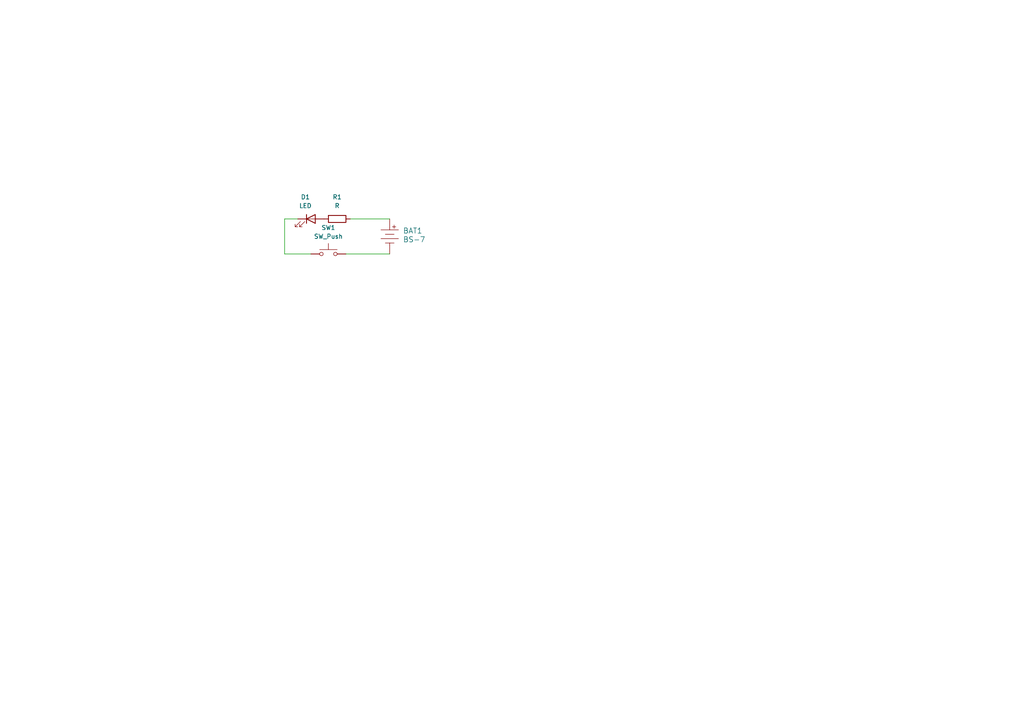
<source format=kicad_sch>
(kicad_sch (version 20230121) (generator eeschema)
  (paper "A4")
  (lib_symbols
    (symbol "Device:LED" (pin_numbers hide) (pin_names (offset 1.016) hide)
      (property "Reference" "D" (at 0 2.54 0))
      (property "Value" "LED" (at 0 -2.54 0))
      (symbol "LED_0_1"
        (polyline (pts (xy -1.27 -1.27) (xy -1.27 1.27)) (stroke (width 0.254)))
        (polyline (pts (xy -1.27 0) (xy 1.27 0)))
        (polyline (pts (xy 1.27 -1.27) (xy 1.27 1.27) (xy -1.27 0) (xy 1.27 -1.27)) (stroke (width 0.254)))
        (polyline (pts (xy -3.048 -0.762) (xy -4.572 -2.286) (xy -3.81 -2.286) (xy -4.572 -2.286) (xy -4.572 -1.524)))
        (polyline (pts (xy -1.778 -0.762) (xy -3.302 -2.286) (xy -2.54 -2.286) (xy -3.302 -2.286) (xy -3.302 -1.524)))
      )
      (symbol "LED_1_1"
        (pin passive line (at -3.81 0 0) (length 2.54) (name "K") (number "1"))
        (pin passive line (at 3.81 0 180) (length 2.54) (name "A") (number "2"))
      )
    )
    (symbol "Device:R" (pin_numbers hide) (pin_names (offset 0))
      (property "Reference" "R" (at 2.032 0 90))
      (property "Value" "R" (at 0 0 90))
      (symbol "R_0_1"
        (rectangle (start -1.016 -2.54) (end 1.016 2.54) (stroke (width 0.254)))
      )
      (symbol "R_1_1"
        (pin passive line (at 0 3.81 270) (length 1.27) (name "~") (number "1"))
        (pin passive line (at 0 -3.81 90) (length 1.27) (name "~") (number "2"))
      )
    )
    (symbol "Switch:SW_Push" (pin_numbers hide) (pin_names (offset 1.016) hide)
      (property "Reference" "SW" (at 1.27 2.54 0))
      (property "Value" "SW_Push" (at 0 -1.524 0))
      (symbol "SW_Push_0_1"
        (circle (center -2.032 0) (radius 0.508))
        (polyline (pts (xy 0 1.27) (xy 0 3.048)))
        (polyline (pts (xy 2.54 1.27) (xy -2.54 1.27)))
        (circle (center 2.032 0) (radius 0.508))
        (pin passive line (at -5.08 0 0) (length 2.54) (name "1") (number "1"))
        (pin passive line (at 5.08 0 180) (length 2.54) (name "2") (number "2"))
      )
    )
    (symbol "dk_Battery-Holders-Clips-Contacts:BS-7" (pin_numbers hide) (pin_names (offset 1.016))
      (property "Reference" "BAT" (at -1.27 3.81 0))
      (property "Value" "BS-7" (at -1.27 -3.81 0))
      (symbol "BS-7_1_1"
        (polyline (pts (xy 0 -2.54) (xy 0 -1.905)))
        (polyline (pts (xy 0 1.905) (xy 0 2.54)))
        (polyline (pts (xy 1.27 -1.905) (xy -1.27 -1.905)))
        (polyline (pts (xy 1.27 0.635) (xy -1.27 0.635)))
        (polyline (pts (xy 1.27 2.286) (xy 1.27 3.302)))
        (polyline (pts (xy 1.778 2.794) (xy 0.762 2.794)))
        (polyline (pts (xy 2.54 -0.635) (xy -2.54 -0.635)))
        (polyline (pts (xy 2.54 1.905) (xy -2.54 1.905)))
        (pin power_out line (at 0 -5.08 90) (length 2.54) (name "~") (number "Neg"))
        (pin power_out line (at 0 5.08 270) (length 2.54) (name "~") (number "Pos"))
      )
    )
  )
  (wire (pts (xy 101.6 63.5) (xy 113.03 63.5)))
  (wire (pts (xy 82.55 73.66) (xy 90.17 73.66)))
  (wire (pts (xy 82.55 63.5) (xy 86.36 63.5)))
  (wire (pts (xy 82.55 63.5) (xy 82.55 73.66)))
  (wire (pts (xy 100.33 73.66) (xy 113.03 73.66)))
  (symbol (lib_id "Device:R") (at 97.79 63.5 90) (unit 1)
    (property "Reference" "R1" (at 97.79 57.15 90))
    (property "Value" "R" (at 97.79 59.69 90))
    (property "Footprint" "Resistor_THT:R_Axial_DIN0207_L6.3mm_D2.5mm_P10.16mm_Horizontal" (effects hide))
  )
  (symbol (lib_id "Switch:SW_Push") (at 95.25 73.66 0) (unit 1)
    (property "Reference" "SW1" (at 95.25 66.04 0))
    (property "Value" "SW_Push" (at 95.25 68.58 0))
    (property "Footprint" "Button_Switch_THT:SW_PUSH_6mm" (effects hide))
  )
  (symbol (lib_id "dk_Battery-Holders-Clips-Contacts:BS-7") (at 113.03 68.58 0) (unit 1)
    (property "Reference" "BAT1" (at 116.84 66.929 0) (effects (font (size 1.524 1.524)) (justify left)))
    (property "Value" "BS-7" (at 116.84 69.469 0) (effects (font (size 1.524 1.524)) (justify left)))
    (property "Footprint" "BK-913:BAT_BK-913" (effects hide))
    (property "Datasheet" "http://www.memoryprotectiondevices.com/datasheets/BS-7-datasheet.pdf" (effects hide))
    (property "Digi-Key_PN" "BS-7-ND" (effects hide))
    (property "MPN" "BS-7" (effects hide))
    (property "Category" "Battery Products" (effects hide))
    (property "Family" "Battery Holders, Clips, Contacts" (effects hide))
    (property "DK_Datasheet_Link" "http://www.memoryprotectiondevices.com/datasheets/BS-7-datasheet.pdf" (effects hide))
    (property "DK_Detail_Page" "/product-detail/en/mpd-memory-protection-devices/BS-7/BS-7-ND/389447" (effects hide))
    (property "Description" "BATTERY HOLDER COIN 20MM PC PIN" (effects hide))
    (property "Manufacturer" "MPD (Memory Protection Devices)" (effects hide))
    (property "Status" "Active" (effects hide))
  )
  (symbol (lib_id "Device:LED") (at 90.17 63.5 0) (unit 1)
    (property "Reference" "D1" (at 88.5825 57.15 0))
    (property "Value" "LED" (at 88.5825 59.69 0))
    (property "Footprint" "LED_THT:LED_D3.0mm" (effects hide))
  )
)
</source>
